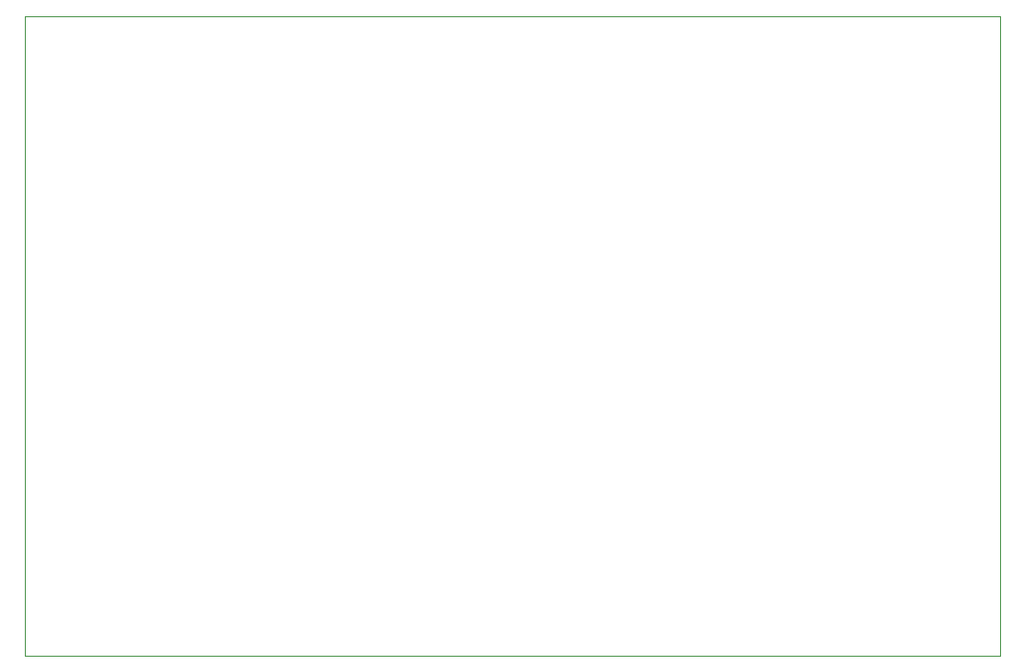
<source format=gm1>
%TF.GenerationSoftware,KiCad,Pcbnew,(6.0.1)*%
%TF.CreationDate,2022-03-17T16:13:42+01:00*%
%TF.ProjectId,Control,436f6e74-726f-46c2-9e6b-696361645f70,v01*%
%TF.SameCoordinates,Original*%
%TF.FileFunction,Profile,NP*%
%FSLAX46Y46*%
G04 Gerber Fmt 4.6, Leading zero omitted, Abs format (unit mm)*
G04 Created by KiCad (PCBNEW (6.0.1)) date 2022-03-17 16:13:42*
%MOMM*%
%LPD*%
G01*
G04 APERTURE LIST*
%TA.AperFunction,Profile*%
%ADD10C,0.050000*%
%TD*%
G04 APERTURE END LIST*
D10*
X104648000Y-130429000D02*
X191008000Y-130429000D01*
X191008000Y-73787000D02*
X104648000Y-73787000D01*
X191008000Y-73787000D02*
X191008000Y-130429000D01*
X104648000Y-73787000D02*
X104648000Y-130429000D01*
M02*

</source>
